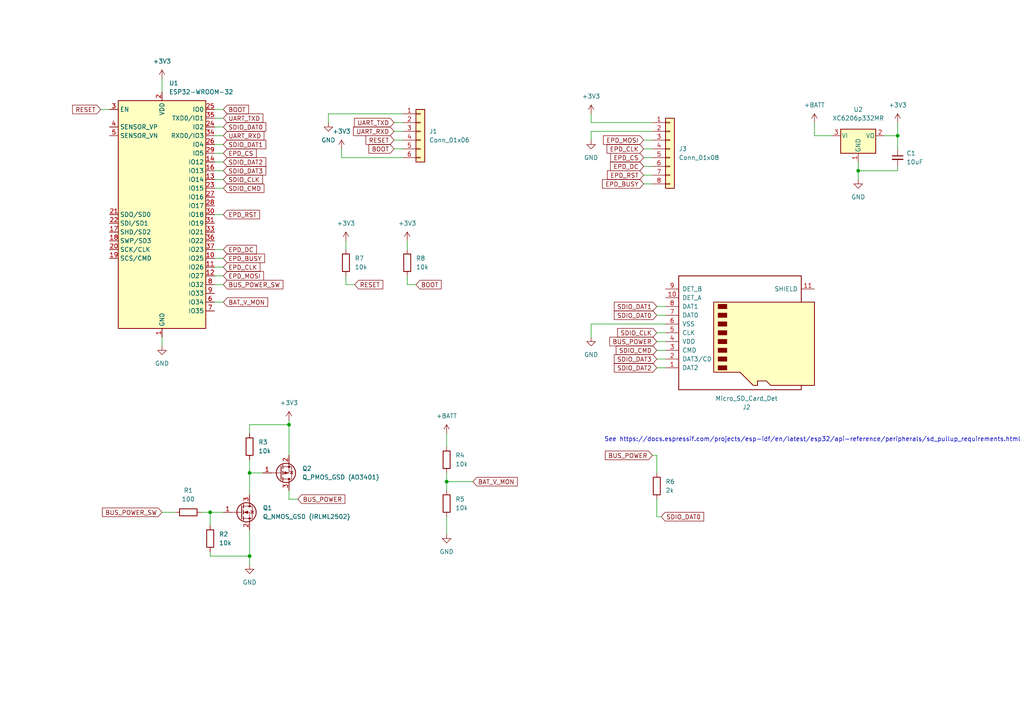
<source format=kicad_sch>
(kicad_sch (version 20211123) (generator eeschema)
  (paper "A4")
  (lib_symbols
    (symbol "Connector:Micro_SD_Card_Det" (pin_names (offset 1.016))
      (property "Reference" "J" (at -16.51 17.78 0))
      (property "Value" "Micro_SD_Card_Det" (at 16.51 17.78 0))
      (symbol "Micro_SD_Card_Det_0_1"
        (rectangle (start -7.62 -6.985) (end -5.08 -8.255) (fill (type outline)))
        (rectangle (start -7.62 -4.445) (end -5.08 -5.715) (fill (type outline)))
        (rectangle (start -7.62 -1.905) (end -5.08 -3.175) (fill (type outline)))
        (rectangle (start -7.62 0.635) (end -5.08 -0.635) (fill (type outline)))
        (rectangle (start -7.62 3.175) (end -5.08 1.905) (fill (type outline)))
        (rectangle (start -7.62 5.715) (end -5.08 4.445) (fill (type outline)))
        (rectangle (start -7.62 8.255) (end -5.08 6.985) (fill (type outline)))
        (rectangle (start -7.62 10.795) (end -5.08 9.525) (fill (type outline)))
        (polyline (pts (xy 16.51 15.24) (xy 16.51 16.51) (xy -19.05 16.51) (xy -19.05 -16.51) (xy 16.51 -16.51) (xy 16.51 -8.89)) (stroke (width 0.254)))
        (polyline (pts (xy -8.89 -8.89) (xy -8.89 11.43) (xy -1.27 11.43) (xy 2.54 15.24) (xy 3.81 15.24) (xy 3.81 13.97) (xy 6.35 13.97) (xy 7.62 15.24) (xy 20.32 15.24) (xy 20.32 -8.89) (xy -8.89 -8.89)) (stroke (width 0.254)) (fill (type background)))
      )
      (symbol "Micro_SD_Card_Det_1_1"
        (pin bidirectional line (at -22.86 10.16 0) (length 3.81) (name "DAT2") (number "1"))
        (pin passive line (at -22.86 -10.16 0) (length 3.81) (name "DET_A") (number "10"))
        (pin passive line (at 20.32 -12.7 180) (length 3.81) (name "SHIELD") (number "11"))
        (pin bidirectional line (at -22.86 7.62 0) (length 3.81) (name "DAT3/CD") (number "2"))
        (pin input line (at -22.86 5.08 0) (length 3.81) (name "CMD") (number "3"))
        (pin power_in line (at -22.86 2.54 0) (length 3.81) (name "VDD") (number "4"))
        (pin input line (at -22.86 0 0) (length 3.81) (name "CLK") (number "5"))
        (pin power_in line (at -22.86 -2.54 0) (length 3.81) (name "VSS") (number "6"))
        (pin bidirectional line (at -22.86 -5.08 0) (length 3.81) (name "DAT0") (number "7"))
        (pin bidirectional line (at -22.86 -7.62 0) (length 3.81) (name "DAT1") (number "8"))
        (pin passive line (at -22.86 -12.7 0) (length 3.81) (name "DET_B") (number "9"))
      )
    )
    (symbol "Connector_Generic:Conn_01x06" (pin_names (offset 1.016) hide)
      (property "Reference" "J" (at 0 7.62 0))
      (property "Value" "Conn_01x06" (at 0 -10.16 0))
      (symbol "Conn_01x06_1_1"
        (rectangle (start -1.27 -7.493) (end 0 -7.747) (stroke (width 0.1524)))
        (rectangle (start -1.27 -4.953) (end 0 -5.207) (stroke (width 0.1524)))
        (rectangle (start -1.27 -2.413) (end 0 -2.667) (stroke (width 0.1524)))
        (rectangle (start -1.27 0.127) (end 0 -0.127) (stroke (width 0.1524)))
        (rectangle (start -1.27 2.667) (end 0 2.413) (stroke (width 0.1524)))
        (rectangle (start -1.27 5.207) (end 0 4.953) (stroke (width 0.1524)))
        (rectangle (start -1.27 6.35) (end 1.27 -8.89) (stroke (width 0.254)) (fill (type background)))
        (pin passive line (at -5.08 5.08 0) (length 3.81) (name "Pin_1") (number "1"))
        (pin passive line (at -5.08 2.54 0) (length 3.81) (name "Pin_2") (number "2"))
        (pin passive line (at -5.08 0 0) (length 3.81) (name "Pin_3") (number "3"))
        (pin passive line (at -5.08 -2.54 0) (length 3.81) (name "Pin_4") (number "4"))
        (pin passive line (at -5.08 -5.08 0) (length 3.81) (name "Pin_5") (number "5"))
        (pin passive line (at -5.08 -7.62 0) (length 3.81) (name "Pin_6") (number "6"))
      )
    )
    (symbol "Connector_Generic:Conn_01x08" (pin_names (offset 1.016) hide)
      (property "Reference" "J" (at 0 10.16 0))
      (property "Value" "Conn_01x08" (at 0 -12.7 0))
      (symbol "Conn_01x08_1_1"
        (rectangle (start -1.27 -10.033) (end 0 -10.287) (stroke (width 0.1524)))
        (rectangle (start -1.27 -7.493) (end 0 -7.747) (stroke (width 0.1524)))
        (rectangle (start -1.27 -4.953) (end 0 -5.207) (stroke (width 0.1524)))
        (rectangle (start -1.27 -2.413) (end 0 -2.667) (stroke (width 0.1524)))
        (rectangle (start -1.27 0.127) (end 0 -0.127) (stroke (width 0.1524)))
        (rectangle (start -1.27 2.667) (end 0 2.413) (stroke (width 0.1524)))
        (rectangle (start -1.27 5.207) (end 0 4.953) (stroke (width 0.1524)))
        (rectangle (start -1.27 7.747) (end 0 7.493) (stroke (width 0.1524)))
        (rectangle (start -1.27 8.89) (end 1.27 -11.43) (stroke (width 0.254)) (fill (type background)))
        (pin passive line (at -5.08 7.62 0) (length 3.81) (name "Pin_1") (number "1"))
        (pin passive line (at -5.08 5.08 0) (length 3.81) (name "Pin_2") (number "2"))
        (pin passive line (at -5.08 2.54 0) (length 3.81) (name "Pin_3") (number "3"))
        (pin passive line (at -5.08 0 0) (length 3.81) (name "Pin_4") (number "4"))
        (pin passive line (at -5.08 -2.54 0) (length 3.81) (name "Pin_5") (number "5"))
        (pin passive line (at -5.08 -5.08 0) (length 3.81) (name "Pin_6") (number "6"))
        (pin passive line (at -5.08 -7.62 0) (length 3.81) (name "Pin_7") (number "7"))
        (pin passive line (at -5.08 -10.16 0) (length 3.81) (name "Pin_8") (number "8"))
      )
    )
    (symbol "Device:C_Small" (pin_numbers hide) (pin_names (offset 0.254) hide)
      (property "Reference" "C" (at 0.254 1.778 0))
      (property "Value" "C_Small" (at 0.254 -2.032 0))
      (symbol "C_Small_0_1"
        (polyline (pts (xy -1.524 -0.508) (xy 1.524 -0.508)) (stroke (width 0.3302)))
        (polyline (pts (xy -1.524 0.508) (xy 1.524 0.508)) (stroke (width 0.3048)))
      )
      (symbol "C_Small_1_1"
        (pin passive line (at 0 2.54 270) (length 2.032) (name "~") (number "1"))
        (pin passive line (at 0 -2.54 90) (length 2.032) (name "~") (number "2"))
      )
    )
    (symbol "Device:Q_NMOS_GSD" (pin_names (offset 0) hide)
      (property "Reference" "Q" (at 5.08 1.27 0))
      (property "Value" "Q_NMOS_GSD" (at 5.08 -1.27 0))
      (symbol "Q_NMOS_GSD_0_1"
        (polyline (pts (xy 0.254 0) (xy -2.54 0)))
        (polyline (pts (xy 0.254 1.905) (xy 0.254 -1.905)) (stroke (width 0.254)))
        (polyline (pts (xy 0.762 -1.27) (xy 0.762 -2.286)) (stroke (width 0.254)))
        (polyline (pts (xy 0.762 0.508) (xy 0.762 -0.508)) (stroke (width 0.254)))
        (polyline (pts (xy 0.762 2.286) (xy 0.762 1.27)) (stroke (width 0.254)))
        (polyline (pts (xy 2.54 2.54) (xy 2.54 1.778)))
        (polyline (pts (xy 2.54 -2.54) (xy 2.54 0) (xy 0.762 0)))
        (polyline (pts (xy 0.762 -1.778) (xy 3.302 -1.778) (xy 3.302 1.778) (xy 0.762 1.778)))
        (polyline (pts (xy 1.016 0) (xy 2.032 0.381) (xy 2.032 -0.381) (xy 1.016 0)) (fill (type outline)))
        (polyline (pts (xy 2.794 0.508) (xy 2.921 0.381) (xy 3.683 0.381) (xy 3.81 0.254)))
        (polyline (pts (xy 3.302 0.381) (xy 2.921 -0.254) (xy 3.683 -0.254) (xy 3.302 0.381)))
        (circle (center 1.651 0) (radius 2.794) (stroke (width 0.254)))
        (circle (center 2.54 -1.778) (radius 0.254) (fill (type outline)))
        (circle (center 2.54 1.778) (radius 0.254) (fill (type outline)))
      )
      (symbol "Q_NMOS_GSD_1_1"
        (pin input line (at -5.08 0 0) (length 2.54) (name "G") (number "1"))
        (pin passive line (at 2.54 -5.08 90) (length 2.54) (name "S") (number "2"))
        (pin passive line (at 2.54 5.08 270) (length 2.54) (name "D") (number "3"))
      )
    )
    (symbol "Device:Q_PMOS_GSD" (pin_names (offset 0) hide)
      (property "Reference" "Q" (at 5.08 1.27 0))
      (property "Value" "Q_PMOS_GSD" (at 5.08 -1.27 0))
      (symbol "Q_PMOS_GSD_0_1"
        (polyline (pts (xy 0.254 0) (xy -2.54 0)))
        (polyline (pts (xy 0.254 1.905) (xy 0.254 -1.905)) (stroke (width 0.254)))
        (polyline (pts (xy 0.762 -1.27) (xy 0.762 -2.286)) (stroke (width 0.254)))
        (polyline (pts (xy 0.762 0.508) (xy 0.762 -0.508)) (stroke (width 0.254)))
        (polyline (pts (xy 0.762 2.286) (xy 0.762 1.27)) (stroke (width 0.254)))
        (polyline (pts (xy 2.54 2.54) (xy 2.54 1.778)))
        (polyline (pts (xy 2.54 -2.54) (xy 2.54 0) (xy 0.762 0)))
        (polyline (pts (xy 0.762 1.778) (xy 3.302 1.778) (xy 3.302 -1.778) (xy 0.762 -1.778)))
        (polyline (pts (xy 2.286 0) (xy 1.27 0.381) (xy 1.27 -0.381) (xy 2.286 0)) (fill (type outline)))
        (polyline (pts (xy 2.794 -0.508) (xy 2.921 -0.381) (xy 3.683 -0.381) (xy 3.81 -0.254)))
        (polyline (pts (xy 3.302 -0.381) (xy 2.921 0.254) (xy 3.683 0.254) (xy 3.302 -0.381)))
        (circle (center 1.651 0) (radius 2.794) (stroke (width 0.254)))
        (circle (center 2.54 -1.778) (radius 0.254) (fill (type outline)))
        (circle (center 2.54 1.778) (radius 0.254) (fill (type outline)))
      )
      (symbol "Q_PMOS_GSD_1_1"
        (pin input line (at -5.08 0 0) (length 2.54) (name "G") (number "1"))
        (pin passive line (at 2.54 -5.08 90) (length 2.54) (name "S") (number "2"))
        (pin passive line (at 2.54 5.08 270) (length 2.54) (name "D") (number "3"))
      )
    )
    (symbol "Device:R" (pin_numbers hide) (pin_names (offset 0))
      (property "Reference" "R" (at 2.032 0 90))
      (property "Value" "R" (at 0 0 90))
      (symbol "R_0_1"
        (rectangle (start -1.016 -2.54) (end 1.016 2.54) (stroke (width 0.254)))
      )
      (symbol "R_1_1"
        (pin passive line (at 0 3.81 270) (length 1.27) (name "~") (number "1"))
        (pin passive line (at 0 -3.81 90) (length 1.27) (name "~") (number "2"))
      )
    )
    (symbol "RF_Module:ESP32-WROOM-32"
      (property "Reference" "U" (at -12.7 34.29 0))
      (property "Value" "ESP32-WROOM-32" (at 1.27 34.29 0))
      (symbol "ESP32-WROOM-32_0_1"
        (rectangle (start -12.7 33.02) (end 12.7 -33.02) (stroke (width 0.254)) (fill (type background)))
      )
      (symbol "ESP32-WROOM-32_1_1"
        (pin power_in line (at 0 -35.56 90) (length 2.54) (name "GND") (number "1"))
        (pin bidirectional line (at 15.24 -12.7 180) (length 2.54) (name "IO25") (number "10"))
        (pin bidirectional line (at 15.24 -15.24 180) (length 2.54) (name "IO26") (number "11"))
        (pin bidirectional line (at 15.24 -17.78 180) (length 2.54) (name "IO27") (number "12"))
        (pin bidirectional line (at 15.24 10.16 180) (length 2.54) (name "IO14") (number "13"))
        (pin bidirectional line (at 15.24 15.24 180) (length 2.54) (name "IO12") (number "14"))
        (pin passive line (at 0 -35.56 90) (length 2.54) hide (name "GND") (number "15"))
        (pin bidirectional line (at 15.24 12.7 180) (length 2.54) (name "IO13") (number "16"))
        (pin bidirectional line (at -15.24 -5.08 0) (length 2.54) (name "SHD/SD2") (number "17"))
        (pin bidirectional line (at -15.24 -7.62 0) (length 2.54) (name "SWP/SD3") (number "18"))
        (pin bidirectional line (at -15.24 -12.7 0) (length 2.54) (name "SCS/CMD") (number "19"))
        (pin power_in line (at 0 35.56 270) (length 2.54) (name "VDD") (number "2"))
        (pin bidirectional line (at -15.24 -10.16 0) (length 2.54) (name "SCK/CLK") (number "20"))
        (pin bidirectional line (at -15.24 0 0) (length 2.54) (name "SDO/SD0") (number "21"))
        (pin bidirectional line (at -15.24 -2.54 0) (length 2.54) (name "SDI/SD1") (number "22"))
        (pin bidirectional line (at 15.24 7.62 180) (length 2.54) (name "IO15") (number "23"))
        (pin bidirectional line (at 15.24 25.4 180) (length 2.54) (name "IO2") (number "24"))
        (pin bidirectional line (at 15.24 30.48 180) (length 2.54) (name "IO0") (number "25"))
        (pin bidirectional line (at 15.24 20.32 180) (length 2.54) (name "IO4") (number "26"))
        (pin bidirectional line (at 15.24 5.08 180) (length 2.54) (name "IO16") (number "27"))
        (pin bidirectional line (at 15.24 2.54 180) (length 2.54) (name "IO17") (number "28"))
        (pin bidirectional line (at 15.24 17.78 180) (length 2.54) (name "IO5") (number "29"))
        (pin input line (at -15.24 30.48 0) (length 2.54) (name "EN") (number "3"))
        (pin bidirectional line (at 15.24 0 180) (length 2.54) (name "IO18") (number "30"))
        (pin bidirectional line (at 15.24 -2.54 180) (length 2.54) (name "IO19") (number "31"))
        (pin no_connect line (at -12.7 -27.94 0) (length 2.54) hide (name "NC") (number "32"))
        (pin bidirectional line (at 15.24 -5.08 180) (length 2.54) (name "IO21") (number "33"))
        (pin bidirectional line (at 15.24 22.86 180) (length 2.54) (name "RXD0/IO3") (number "34"))
        (pin bidirectional line (at 15.24 27.94 180) (length 2.54) (name "TXD0/IO1") (number "35"))
        (pin bidirectional line (at 15.24 -7.62 180) (length 2.54) (name "IO22") (number "36"))
        (pin bidirectional line (at 15.24 -10.16 180) (length 2.54) (name "IO23") (number "37"))
        (pin passive line (at 0 -35.56 90) (length 2.54) hide (name "GND") (number "38"))
        (pin passive line (at 0 -35.56 90) (length 2.54) hide (name "GND") (number "39"))
        (pin input line (at -15.24 25.4 0) (length 2.54) (name "SENSOR_VP") (number "4"))
        (pin input line (at -15.24 22.86 0) (length 2.54) (name "SENSOR_VN") (number "5"))
        (pin input line (at 15.24 -25.4 180) (length 2.54) (name "IO34") (number "6"))
        (pin input line (at 15.24 -27.94 180) (length 2.54) (name "IO35") (number "7"))
        (pin bidirectional line (at 15.24 -20.32 180) (length 2.54) (name "IO32") (number "8"))
        (pin bidirectional line (at 15.24 -22.86 180) (length 2.54) (name "IO33") (number "9"))
      )
    )
    (symbol "Regulator_Linear:XC6206PxxxMR" (pin_names (offset 0.254))
      (property "Reference" "U" (at -3.81 3.175 0))
      (property "Value" "XC6206PxxxMR" (at 0 3.175 0))
      (symbol "XC6206PxxxMR_0_1"
        (rectangle (start -5.08 1.905) (end 5.08 -5.08) (stroke (width 0.254)) (fill (type background)))
      )
      (symbol "XC6206PxxxMR_1_1"
        (pin power_in line (at 0 -7.62 90) (length 2.54) (name "GND") (number "1"))
        (pin power_out line (at 7.62 0 180) (length 2.54) (name "VO") (number "2"))
        (pin power_in line (at -7.62 0 0) (length 2.54) (name "VI") (number "3"))
      )
    )
    (symbol "power:+3V3" (power) (pin_names (offset 0))
      (property "Value" "+3V3" (at 0 3.556 0))
      (symbol "+3V3_0_1"
        (polyline (pts (xy -0.762 1.27) (xy 0 2.54)))
        (polyline (pts (xy 0 0) (xy 0 2.54)))
        (polyline (pts (xy 0 2.54) (xy 0.762 1.27)))
      )
      (symbol "+3V3_1_1"
        (pin power_in line (at 0 0 90) (length 0) hide (name "+3V3") (number "1"))
      )
    )
    (symbol "power:+BATT" (power) (pin_names (offset 0))
      (property "Value" "+BATT" (at 0 3.556 0))
      (symbol "+BATT_0_1"
        (polyline (pts (xy -0.762 1.27) (xy 0 2.54)))
        (polyline (pts (xy 0 0) (xy 0 2.54)))
        (polyline (pts (xy 0 2.54) (xy 0.762 1.27)))
      )
      (symbol "+BATT_1_1"
        (pin power_in line (at 0 0 90) (length 0) hide (name "+BATT") (number "1"))
      )
    )
    (symbol "power:GND" (power) (pin_names (offset 0))
      (property "Value" "GND" (at 0 -3.81 0))
      (symbol "GND_0_1"
        (polyline (pts (xy 0 0) (xy 0 -1.27) (xy 1.27 -1.27) (xy 0 -2.54) (xy -1.27 -1.27) (xy 0 -1.27)))
      )
      (symbol "GND_1_1"
        (pin power_in line (at 0 0 270) (length 0) hide (name "GND") (number "1"))
      )
    )
  )
  (junction (at 129.54 139.7))
  (junction (at 60.96 148.59))
  (junction (at 72.39 137.16))
  (junction (at 72.39 161.29))
  (junction (at 83.82 123.19))
  (junction (at 260.35 39.37))
  (junction (at 248.92 49.53))
  (wire (pts (xy 64.77 44.45) (xy 62.23 44.45)))
  (wire (pts (xy 189.23 38.1) (xy 171.45 38.1)))
  (wire (pts (xy 189.23 35.56) (xy 171.45 35.56)))
  (wire (pts (xy 256.54 39.37) (xy 260.35 39.37)))
  (wire (pts (xy 64.77 82.55) (xy 62.23 82.55)))
  (wire (pts (xy 72.39 125.73) (xy 72.39 123.19)))
  (wire (pts (xy 186.69 48.26) (xy 189.23 48.26)))
  (wire (pts (xy 116.84 45.72) (xy 99.06 45.72)))
  (wire (pts (xy 186.69 53.34) (xy 189.23 53.34)))
  (wire (pts (xy 60.96 148.59) (xy 64.77 148.59)))
  (wire (pts (xy 62.23 87.63) (xy 64.77 87.63)))
  (wire (pts (xy 129.54 125.73) (xy 129.54 129.54)))
  (wire (pts (xy 186.69 43.18) (xy 189.23 43.18)))
  (wire (pts (xy 186.69 50.8) (xy 189.23 50.8)))
  (wire (pts (xy 189.23 132.08) (xy 190.5 132.08)))
  (wire (pts (xy 72.39 123.19) (xy 83.82 123.19)))
  (wire (pts (xy 64.77 72.39) (xy 62.23 72.39)))
  (wire (pts (xy 190.5 106.68) (xy 193.04 106.68)))
  (wire (pts (xy 72.39 137.16) (xy 76.2 137.16)))
  (wire (pts (xy 248.92 49.53) (xy 248.92 52.07)))
  (wire (pts (xy 114.3 43.18) (xy 116.84 43.18)))
  (wire (pts (xy 260.35 48.26) (xy 260.35 49.53)))
  (wire (pts (xy 58.42 148.59) (xy 60.96 148.59)))
  (wire (pts (xy 60.96 152.4) (xy 60.96 148.59)))
  (wire (pts (xy 64.77 39.37) (xy 62.23 39.37)))
  (wire (pts (xy 64.77 62.23) (xy 62.23 62.23)))
  (wire (pts (xy 171.45 93.98) (xy 193.04 93.98)))
  (wire (pts (xy 64.77 46.99) (xy 62.23 46.99)))
  (wire (pts (xy 190.5 104.14) (xy 193.04 104.14)))
  (wire (pts (xy 72.39 153.67) (xy 72.39 161.29)))
  (wire (pts (xy 190.5 88.9) (xy 193.04 88.9)))
  (wire (pts (xy 260.35 39.37) (xy 260.35 35.56)))
  (wire (pts (xy 186.69 40.64) (xy 189.23 40.64)))
  (wire (pts (xy 64.77 80.01) (xy 62.23 80.01)))
  (wire (pts (xy 29.21 31.75) (xy 31.75 31.75)))
  (wire (pts (xy 46.99 22.86) (xy 46.99 26.67)))
  (wire (pts (xy 72.39 161.29) (xy 60.96 161.29)))
  (wire (pts (xy 190.5 101.6) (xy 193.04 101.6)))
  (wire (pts (xy 120.65 82.55) (xy 118.11 82.55)))
  (wire (pts (xy 100.33 72.39) (xy 100.33 69.85)))
  (wire (pts (xy 190.5 149.86) (xy 191.77 149.86)))
  (wire (pts (xy 171.45 35.56) (xy 171.45 33.02)))
  (wire (pts (xy 62.23 36.83) (xy 64.77 36.83)))
  (wire (pts (xy 64.77 74.93) (xy 62.23 74.93)))
  (wire (pts (xy 83.82 144.78) (xy 86.36 144.78)))
  (wire (pts (xy 83.82 142.24) (xy 83.82 144.78)))
  (wire (pts (xy 129.54 137.16) (xy 129.54 139.7)))
  (wire (pts (xy 95.25 33.02) (xy 116.84 33.02)))
  (wire (pts (xy 100.33 80.01) (xy 100.33 82.55)))
  (wire (pts (xy 114.3 38.1) (xy 116.84 38.1)))
  (wire (pts (xy 62.23 54.61) (xy 64.77 54.61)))
  (wire (pts (xy 64.77 52.07) (xy 62.23 52.07)))
  (wire (pts (xy 129.54 139.7) (xy 129.54 142.24)))
  (wire (pts (xy 83.82 123.19) (xy 83.82 132.08)))
  (wire (pts (xy 64.77 77.47) (xy 62.23 77.47)))
  (wire (pts (xy 171.45 93.98) (xy 171.45 97.79)))
  (wire (pts (xy 72.39 137.16) (xy 72.39 143.51)))
  (wire (pts (xy 190.5 96.52) (xy 193.04 96.52)))
  (wire (pts (xy 129.54 149.86) (xy 129.54 154.94)))
  (wire (pts (xy 236.22 39.37) (xy 236.22 35.56)))
  (wire (pts (xy 60.96 161.29) (xy 60.96 160.02)))
  (wire (pts (xy 171.45 38.1) (xy 171.45 40.64)))
  (wire (pts (xy 129.54 139.7) (xy 137.16 139.7)))
  (wire (pts (xy 99.06 45.72) (xy 99.06 43.18)))
  (wire (pts (xy 190.5 99.06) (xy 193.04 99.06)))
  (wire (pts (xy 241.3 39.37) (xy 236.22 39.37)))
  (wire (pts (xy 114.3 35.56) (xy 116.84 35.56)))
  (wire (pts (xy 186.69 45.72) (xy 189.23 45.72)))
  (wire (pts (xy 260.35 39.37) (xy 260.35 43.18)))
  (wire (pts (xy 118.11 80.01) (xy 118.11 82.55)))
  (wire (pts (xy 118.11 72.39) (xy 118.11 69.85)))
  (wire (pts (xy 260.35 49.53) (xy 248.92 49.53)))
  (wire (pts (xy 95.25 33.02) (xy 95.25 35.56)))
  (wire (pts (xy 46.99 148.59) (xy 50.8 148.59)))
  (wire (pts (xy 64.77 31.75) (xy 62.23 31.75)))
  (wire (pts (xy 102.87 82.55) (xy 100.33 82.55)))
  (wire (pts (xy 248.92 46.99) (xy 248.92 49.53)))
  (wire (pts (xy 62.23 49.53) (xy 64.77 49.53)))
  (wire (pts (xy 190.5 144.78) (xy 190.5 149.86)))
  (wire (pts (xy 114.3 40.64) (xy 116.84 40.64)))
  (wire (pts (xy 46.99 97.79) (xy 46.99 100.33)))
  (wire (pts (xy 190.5 91.44) (xy 193.04 91.44)))
  (wire (pts (xy 72.39 133.35) (xy 72.39 137.16)))
  (wire (pts (xy 64.77 34.29) (xy 62.23 34.29)))
  (wire (pts (xy 62.23 41.91) (xy 64.77 41.91)))
  (wire (pts (xy 83.82 121.92) (xy 83.82 123.19)))
  (wire (pts (xy 72.39 161.29) (xy 72.39 163.83)))
  (wire (pts (xy 190.5 132.08) (xy 190.5 137.16)))
  (text "See https://docs.espressif.com/projects/esp-idf/en/latest/esp32/api-reference/peripherals/sd_pullup_requirements.html" (at 175.26 128.27 0) (effects (font (size 1.27 1.27)) (justify left bottom)))
  (global_label "SDIO_DAT0" (shape input) (at 190.5 91.44 180) (property "シート間のリファレンス" "${INTERSHEET_REFS}" (effects hide)))
  (global_label "EPD_CLK" (shape input) (at 64.77 77.47 0) (property "シート間のリファレンス" "${INTERSHEET_REFS}" (effects hide)))
  (global_label "SDIO_DAT2" (shape input) (at 64.77 46.99 0) (property "シート間のリファレンス" "${INTERSHEET_REFS}" (effects hide)))
  (global_label "RESET" (shape input) (at 29.21 31.75 180) (property "シート間のリファレンス" "${INTERSHEET_REFS}" (effects hide)))
  (global_label "SDIO_CLK" (shape input) (at 190.5 96.52 180) (property "シート間のリファレンス" "${INTERSHEET_REFS}" (effects hide)))
  (global_label "EPD_MOSI" (shape input) (at 186.69 40.64 180) (property "シート間のリファレンス" "${INTERSHEET_REFS}" (effects hide)))
  (global_label "SDIO_DAT1" (shape input) (at 190.5 88.9 180) (property "シート間のリファレンス" "${INTERSHEET_REFS}" (effects hide)))
  (global_label "BOOT" (shape input) (at 64.77 31.75 0) (property "シート間のリファレンス" "${INTERSHEET_REFS}" (effects hide)))
  (global_label "EPD_CS" (shape input) (at 186.69 45.72 180) (property "シート間のリファレンス" "${INTERSHEET_REFS}" (effects hide)))
  (global_label "BUS_POWER" (shape input) (at 189.23 132.08 180) (property "シート間のリファレンス" "${INTERSHEET_REFS}" (effects hide)))
  (global_label "SDIO_DAT0" (shape input) (at 191.77 149.86 0) (property "シート間のリファレンス" "${INTERSHEET_REFS}" (effects hide)))
  (global_label "UART_TXD" (shape input) (at 64.77 34.29 0) (property "シート間のリファレンス" "${INTERSHEET_REFS}" (effects hide)))
  (global_label "RESET" (shape input) (at 102.87 82.55 0) (property "シート間のリファレンス" "${INTERSHEET_REFS}" (effects hide)))
  (global_label "EPD_DC" (shape input) (at 64.77 72.39 0) (property "シート間のリファレンス" "${INTERSHEET_REFS}" (effects hide)))
  (global_label "BUS_POWER_SW" (shape input) (at 64.77 82.55 0) (property "シート間のリファレンス" "${INTERSHEET_REFS}" (effects hide)))
  (global_label "BOOT" (shape input) (at 120.65 82.55 0) (property "シート間のリファレンス" "${INTERSHEET_REFS}" (effects hide)))
  (global_label "EPD_BUSY" (shape input) (at 186.69 53.34 180) (property "シート間のリファレンス" "${INTERSHEET_REFS}" (effects hide)))
  (global_label "SDIO_CMD" (shape input) (at 190.5 101.6 180) (property "シート間のリファレンス" "${INTERSHEET_REFS}" (effects hide)))
  (global_label "SDIO_CMD" (shape input) (at 64.77 54.61 0) (property "シート間のリファレンス" "${INTERSHEET_REFS}" (effects hide)))
  (global_label "EPD_RST" (shape input) (at 64.77 62.23 0) (property "シート間のリファレンス" "${INTERSHEET_REFS}" (effects hide)))
  (global_label "SDIO_DAT3" (shape input) (at 190.5 104.14 180) (property "シート間のリファレンス" "${INTERSHEET_REFS}" (effects hide)))
  (global_label "EPD_RST" (shape input) (at 186.69 50.8 180) (property "シート間のリファレンス" "${INTERSHEET_REFS}" (effects hide)))
  (global_label "UART_RXD" (shape input) (at 114.3 38.1 180) (property "シート間のリファレンス" "${INTERSHEET_REFS}" (effects hide)))
  (global_label "SDIO_DAT3" (shape input) (at 64.77 49.53 0) (property "シート間のリファレンス" "${INTERSHEET_REFS}" (effects hide)))
  (global_label "EPD_MOSI" (shape input) (at 64.77 80.01 0) (property "シート間のリファレンス" "${INTERSHEET_REFS}" (effects hide)))
  (global_label "BAT_V_MON" (shape input) (at 137.16 139.7 0) (property "シート間のリファレンス" "${INTERSHEET_REFS}" (effects hide)))
  (global_label "BOOT" (shape input) (at 114.3 43.18 180) (property "シート間のリファレンス" "${INTERSHEET_REFS}" (effects hide)))
  (global_label "UART_TXD" (shape input) (at 114.3 35.56 180) (property "シート間のリファレンス" "${INTERSHEET_REFS}" (effects hide)))
  (global_label "SDIO_DAT0" (shape input) (at 64.77 36.83 0) (property "シート間のリファレンス" "${INTERSHEET_REFS}" (effects hide)))
  (global_label "SDIO_CLK" (shape input) (at 64.77 52.07 0) (property "シート間のリファレンス" "${INTERSHEET_REFS}" (effects hide)))
  (global_label "UART_RXD" (shape input) (at 64.77 39.37 0) (property "シート間のリファレンス" "${INTERSHEET_REFS}" (effects hide)))
  (global_label "BUS_POWER_SW" (shape input) (at 46.99 148.59 180) (property "シート間のリファレンス" "${INTERSHEET_REFS}" (effects hide)))
  (global_label "BUS_POWER" (shape input) (at 190.5 99.06 180) (property "シート間のリファレンス" "${INTERSHEET_REFS}" (effects hide)))
  (global_label "SDIO_DAT1" (shape input) (at 64.77 41.91 0) (property "シート間のリファレンス" "${INTERSHEET_REFS}" (effects hide)))
  (global_label "EPD_BUSY" (shape input) (at 64.77 74.93 0) (property "シート間のリファレンス" "${INTERSHEET_REFS}" (effects hide)))
  (global_label "EPD_CS" (shape input) (at 64.77 44.45 0) (property "シート間のリファレンス" "${INTERSHEET_REFS}" (effects hide)))
  (global_label "SDIO_DAT2" (shape input) (at 190.5 106.68 180) (property "シート間のリファレンス" "${INTERSHEET_REFS}" (effects hide)))
  (global_label "RESET" (shape input) (at 114.3 40.64 180) (property "シート間のリファレンス" "${INTERSHEET_REFS}" (effects hide)))
  (global_label "BUS_POWER" (shape input) (at 86.36 144.78 0) (property "シート間のリファレンス" "${INTERSHEET_REFS}" (effects hide)))
  (global_label "EPD_CLK" (shape input) (at 186.69 43.18 180) (property "シート間のリファレンス" "${INTERSHEET_REFS}" (effects hide)))
  (global_label "EPD_DC" (shape input) (at 186.69 48.26 180) (property "シート間のリファレンス" "${INTERSHEET_REFS}" (effects hide)))
  (global_label "BAT_V_MON" (shape input) (at 64.77 87.63 0) (property "シート間のリファレンス" "${INTERSHEET_REFS}" (effects hide)))
  (symbol (lib_id "power:GND") (at 95.25 35.56 0) (unit 1)
    (property "Reference" "#PWR0103" (effects hide))
    (property "Value" "GND" (at 95.25 40.64 0))
  )
  (symbol (lib_id "power:+3V3") (at 118.11 69.85 0) (unit 1)
    (property "Reference" "#PWR0101" (effects hide))
    (property "Value" "+3V3" (at 118.11 64.77 0))
  )
  (symbol (lib_id "Device:R") (at 54.61 148.59 90) (unit 1)
    (property "Reference" "R1" (at 54.61 142.24 90))
    (property "Value" "100" (at 54.61 144.78 90))
    (property "Footprint" "Resistor_SMD:R_0603_1608Metric" (effects hide))
  )
  (symbol (lib_id "power:+3V3") (at 171.45 33.02 0) (unit 1)
    (property "Reference" "#PWR0106" (effects hide))
    (property "Value" "+3V3" (at 171.45 27.94 0))
  )
  (symbol (lib_id "power:GND") (at 171.45 40.64 0) (unit 1)
    (property "Reference" "#PWR0105" (effects hide))
    (property "Value" "GND" (at 171.45 45.72 0))
  )
  (symbol (lib_id "power:GND") (at 248.92 52.07 0) (unit 1)
    (property "Reference" "#PWR0110" (effects hide))
    (property "Value" "GND" (at 248.92 57.15 0))
  )
  (symbol (lib_id "power:GND") (at 171.45 97.79 0) (unit 1)
    (property "Reference" "#PWR09" (effects hide))
    (property "Value" "GND" (at 171.45 102.87 0))
  )
  (symbol (lib_id "RF_Module:ESP32-WROOM-32") (at 46.99 62.23 0) (unit 1)
    (property "Reference" "U1" (at 49.0094 24.13 0) (effects (justify left)))
    (property "Value" "ESP32-WROOM-32" (at 49.0094 26.67 0) (effects (justify left)))
    (property "Footprint" "RF_Module:ESP32-WROOM-32" (effects hide))
    (property "Datasheet" "https://www.espressif.com/sites/default/files/documentation/esp32-wroom-32_datasheet_en.pdf" (effects hide))
  )
  (symbol (lib_id "Device:R") (at 72.39 129.54 0) (unit 1)
    (property "Reference" "R3" (at 74.93 128.2699 0) (effects (justify left)))
    (property "Value" "10k" (at 74.93 130.8099 0) (effects (justify left)))
    (property "Footprint" "Resistor_SMD:R_0603_1608Metric" (effects hide))
  )
  (symbol (lib_id "power:GND") (at 46.99 100.33 0) (unit 1)
    (property "Reference" "#PWR0107" (effects hide))
    (property "Value" "GND" (at 46.99 105.41 0))
  )
  (symbol (lib_id "Device:R") (at 118.11 76.2 0) (unit 1)
    (property "Reference" "R8" (at 120.65 74.9299 0) (effects (justify left)))
    (property "Value" "10k" (at 120.65 77.4699 0) (effects (justify left)))
    (property "Footprint" "Resistor_SMD:R_0603_1608Metric" (effects hide))
  )
  (symbol (lib_id "power:+3V3") (at 260.35 35.56 0) (unit 1)
    (property "Reference" "#PWR0109" (effects hide))
    (property "Value" "+3V3" (at 260.35 30.48 0))
  )
  (symbol (lib_id "power:GND") (at 72.39 163.83 0) (unit 1)
    (property "Reference" "#PWR03" (effects hide))
    (property "Value" "GND" (at 72.39 168.91 0))
  )
  (symbol (lib_id "power:+BATT") (at 129.54 125.73 0) (unit 1)
    (property "Reference" "#PWR06" (effects hide))
    (property "Value" "+BATT" (at 129.54 120.65 0))
  )
  (symbol (lib_id "power:GND") (at 129.54 154.94 0) (unit 1)
    (property "Reference" "#PWR07" (effects hide))
    (property "Value" "GND" (at 129.54 160.02 0))
  )
  (symbol (lib_id "Device:R") (at 129.54 146.05 0) (unit 1)
    (property "Reference" "R5" (at 132.08 144.7799 0) (effects (justify left)))
    (property "Value" "10k" (at 132.08 147.3199 0) (effects (justify left)))
    (property "Footprint" "Resistor_SMD:R_0603_1608Metric" (effects hide))
  )
  (symbol (lib_id "Device:Q_PMOS_GSD") (at 81.28 137.16 0) (mirror x) (unit 1)
    (property "Reference" "Q2" (at 87.63 135.8899 0) (effects (justify left)))
    (property "Value" "Q_PMOS_GSD (AO3401)" (at 87.63 138.4299 0) (effects (justify left)))
    (property "Footprint" "Package_TO_SOT_SMD:SOT-23" (effects hide))
  )
  (symbol (lib_id "Device:Q_NMOS_GSD") (at 69.85 148.59 0) (unit 1)
    (property "Reference" "Q1" (at 76.2 147.3199 0) (effects (justify left)))
    (property "Value" "Q_NMOS_GSD (IRLML2502)" (at 76.2 149.8599 0) (effects (justify left)))
    (property "Footprint" "Package_TO_SOT_SMD:SOT-23" (effects hide))
  )
  (symbol (lib_id "Device:R") (at 129.54 133.35 0) (unit 1)
    (property "Reference" "R4" (at 132.08 132.0799 0) (effects (justify left)))
    (property "Value" "10k" (at 132.08 134.6199 0) (effects (justify left)))
    (property "Footprint" "Resistor_SMD:R_0603_1608Metric" (effects hide))
  )
  (symbol (lib_id "power:+BATT") (at 236.22 35.56 0) (unit 1)
    (property "Reference" "#PWR0111" (effects hide))
    (property "Value" "+BATT" (at 236.22 30.48 0))
  )
  (symbol (lib_id "Connector:Micro_SD_Card_Det") (at 215.9 96.52 0) (mirror x) (unit 1)
    (property "Reference" "J2" (at 216.535 118.11 0))
    (property "Value" "Micro_SD_Card_Det" (at 216.535 115.57 0))
    (property "Footprint" "Connector_Card:microSD_HC_Hirose_DM3BT-DSF-PEJS" (effects hide))
    (property "Datasheet" "https://www.hirose.com/product/en/download_file/key_name/DM3/category/Catalog/doc_file_id/49662/?file_category_id=4&item_id=195&is_series=1" (effects hide))
  )
  (symbol (lib_id "Device:C_Small") (at 260.35 45.72 0) (unit 1)
    (property "Reference" "C1" (at 262.89 44.4562 0) (effects (justify left)))
    (property "Value" "10uF" (at 262.89 46.9962 0) (effects (justify left)))
    (property "Footprint" "Capacitor_SMD:C_1206_3216Metric" (effects hide))
  )
  (symbol (lib_id "Device:R") (at 60.96 156.21 0) (unit 1)
    (property "Reference" "R2" (at 63.5 154.9399 0) (effects (justify left)))
    (property "Value" "10k" (at 63.5 157.4799 0) (effects (justify left)))
    (property "Footprint" "Resistor_SMD:R_0603_1608Metric" (effects hide))
  )
  (symbol (lib_id "power:+3V3") (at 100.33 69.85 0) (unit 1)
    (property "Reference" "#PWR0102" (effects hide))
    (property "Value" "+3V3" (at 100.33 64.77 0))
  )
  (symbol (lib_id "Device:R") (at 100.33 76.2 0) (unit 1)
    (property "Reference" "R7" (at 102.87 74.9299 0) (effects (justify left)))
    (property "Value" "10k" (at 102.87 77.4699 0) (effects (justify left)))
    (property "Footprint" "Resistor_SMD:R_0603_1608Metric" (effects hide))
  )
  (symbol (lib_id "power:+3V3") (at 46.99 22.86 0) (unit 1)
    (property "Reference" "#PWR0108" (effects hide))
    (property "Value" "+3V3" (at 46.99 17.78 0))
  )
  (symbol (lib_id "Regulator_Linear:XC6206PxxxMR") (at 248.92 39.37 0) (unit 1)
    (property "Reference" "U2" (at 248.92 31.75 0))
    (property "Value" "XC6206p332MR" (at 248.92 34.29 0))
    (property "Footprint" "Package_TO_SOT_SMD:SOT-23" (effects hide))
    (property "Datasheet" "https://www.torexsemi.com/file/xc6206/XC6206.pdf" (effects hide))
  )
  (symbol (lib_id "Connector_Generic:Conn_01x08") (at 194.31 43.18 0) (unit 1)
    (property "Reference" "J3" (at 196.85 43.1799 0) (effects (justify left)))
    (property "Value" "Conn_01x08" (at 196.85 45.7199 0) (effects (justify left)))
    (property "Footprint" "Connector_PinSocket_2.54mm:PinSocket_1x08_P2.54mm_Vertical" (effects hide))
  )
  (symbol (lib_id "power:+3V3") (at 83.82 121.92 0) (unit 1)
    (property "Reference" "#PWR05" (effects hide))
    (property "Value" "+3V3" (at 83.82 116.84 0))
  )
  (symbol (lib_id "Connector_Generic:Conn_01x06") (at 121.92 38.1 0) (unit 1)
    (property "Reference" "J1" (at 124.46 38.0999 0) (effects (justify left)))
    (property "Value" "Conn_01x06" (at 124.46 40.6399 0) (effects (justify left)))
    (property "Footprint" "Connector_PinSocket_2.54mm:PinSocket_1x06_P2.54mm_Vertical" (effects hide))
  )
  (symbol (lib_id "Device:R") (at 190.5 140.97 0) (unit 1)
    (property "Reference" "R6" (at 193.04 139.6999 0) (effects (justify left)))
    (property "Value" "2k" (at 193.04 142.2399 0) (effects (justify left)))
    (property "Footprint" "Resistor_SMD:R_0603_1608Metric" (effects hide))
  )
  (symbol (lib_id "power:+3V3") (at 99.06 43.18 0) (unit 1)
    (property "Reference" "#PWR0104" (effects hide))
    (property "Value" "+3V3" (at 99.06 38.1 0))
  )
)
</source>
